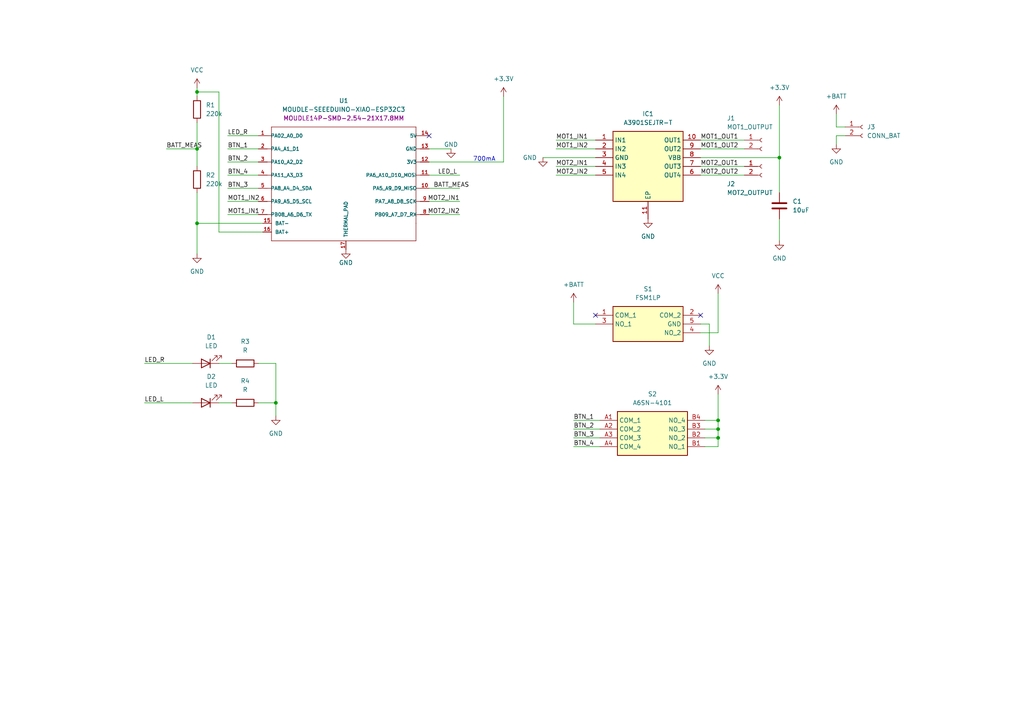
<source format=kicad_sch>
(kicad_sch (version 20230121) (generator eeschema)
  (paper "A4")
  (lib_symbols
    (symbol "A3901SEJTR-T:A3901SEJTR-T"
      (property "Reference" "IC" (at 26.67 7.62 0))
      (property "Value" "A3901SEJTR-T" (at 26.67 5.08 0))
      (symbol "A3901SEJTR-T_1_1"
        (rectangle (start 5.08 2.54) (end 25.4 -17.78) (stroke (width 0.254)) (fill (type background)))
        (pin passive line (at 0 0 0) (length 5.08) (name "IN1") (number "1"))
        (pin passive line (at 30.48 0 180) (length 5.08) (name "OUT1") (number "10"))
        (pin passive line (at 15.24 -22.86 90) (length 5.08) (name "EP") (number "11"))
        (pin passive line (at 0 -2.54 0) (length 5.08) (name "IN2") (number "2"))
        (pin passive line (at 0 -5.08 0) (length 5.08) (name "GND") (number "3"))
        (pin passive line (at 0 -7.62 0) (length 5.08) (name "IN3") (number "4"))
        (pin passive line (at 0 -10.16 0) (length 5.08) (name "IN4") (number "5"))
        (pin passive line (at 30.48 -10.16 180) (length 5.08) (name "OUT4") (number "6"))
        (pin passive line (at 30.48 -7.62 180) (length 5.08) (name "OUT3") (number "7"))
        (pin passive line (at 30.48 -5.08 180) (length 5.08) (name "VBB") (number "8"))
        (pin passive line (at 30.48 -2.54 180) (length 5.08) (name "OUT2") (number "9"))
      )
    )
    (symbol "A6SN-4101:A6SN-4101"
      (property "Reference" "S" (at 26.67 7.62 0))
      (property "Value" "A6SN-4101" (at 26.67 5.08 0))
      (symbol "A6SN-4101_1_1"
        (rectangle (start 5.08 2.54) (end 25.4 -10.16) (stroke (width 0.254)) (fill (type background)))
        (pin passive line (at 0 0 0) (length 5.08) (name "COM_1") (number "A1"))
        (pin passive line (at 0 -2.54 0) (length 5.08) (name "COM_2") (number "A2"))
        (pin passive line (at 0 -5.08 0) (length 5.08) (name "COM_3") (number "A3"))
        (pin passive line (at 0 -7.62 0) (length 5.08) (name "COM_4") (number "A4"))
        (pin passive line (at 30.48 -7.62 180) (length 5.08) (name "NO_1") (number "B1"))
        (pin passive line (at 30.48 -5.08 180) (length 5.08) (name "NO_2") (number "B2"))
        (pin passive line (at 30.48 -2.54 180) (length 5.08) (name "NO_3") (number "B3"))
        (pin passive line (at 30.48 0 180) (length 5.08) (name "NO_4") (number "B4"))
      )
    )
    (symbol "Connector:Conn_01x02_Socket" (pin_names (offset 1.016) hide)
      (property "Reference" "J" (at 0 2.54 0))
      (property "Value" "Conn_01x02_Socket" (at 0 -5.08 0))
      (symbol "Conn_01x02_Socket_1_1"
        (arc (start 0 -2.032) (mid -0.5058 -2.54) (end 0 -3.048) (stroke (width 0.1524)))
        (polyline (pts (xy -1.27 -2.54) (xy -0.508 -2.54)) (stroke (width 0.1524)))
        (polyline (pts (xy -1.27 0) (xy -0.508 0)) (stroke (width 0.1524)))
        (arc (start 0 0.508) (mid -0.5058 0) (end 0 -0.508) (stroke (width 0.1524)))
        (pin passive line (at -5.08 0 0) (length 3.81) (name "Pin_1") (number "1"))
        (pin passive line (at -5.08 -2.54 0) (length 3.81) (name "Pin_2") (number "2"))
      )
    )
    (symbol "Device:C" (pin_numbers hide) (pin_names (offset 0.254))
      (property "Reference" "C" (at 0.635 2.54 0))
      (property "Value" "C" (at 0.635 -2.54 0))
      (symbol "C_0_1"
        (polyline (pts (xy -2.032 -0.762) (xy 2.032 -0.762)) (stroke (width 0.508)))
        (polyline (pts (xy -2.032 0.762) (xy 2.032 0.762)) (stroke (width 0.508)))
      )
      (symbol "C_1_1"
        (pin passive line (at 0 3.81 270) (length 2.794) (name "~") (number "1"))
        (pin passive line (at 0 -3.81 90) (length 2.794) (name "~") (number "2"))
      )
    )
    (symbol "Device:LED" (pin_numbers hide) (pin_names (offset 1.016) hide)
      (property "Reference" "D" (at 0 2.54 0))
      (property "Value" "LED" (at 0 -2.54 0))
      (symbol "LED_0_1"
        (polyline (pts (xy -1.27 -1.27) (xy -1.27 1.27)) (stroke (width 0.254)))
        (polyline (pts (xy -1.27 0) (xy 1.27 0)))
        (polyline (pts (xy 1.27 -1.27) (xy 1.27 1.27) (xy -1.27 0) (xy 1.27 -1.27)) (stroke (width 0.254)))
        (polyline (pts (xy -3.048 -0.762) (xy -4.572 -2.286) (xy -3.81 -2.286) (xy -4.572 -2.286) (xy -4.572 -1.524)))
        (polyline (pts (xy -1.778 -0.762) (xy -3.302 -2.286) (xy -2.54 -2.286) (xy -3.302 -2.286) (xy -3.302 -1.524)))
      )
      (symbol "LED_1_1"
        (pin passive line (at -3.81 0 0) (length 2.54) (name "K") (number "1"))
        (pin passive line (at 3.81 0 180) (length 2.54) (name "A") (number "2"))
      )
    )
    (symbol "Device:R" (pin_numbers hide) (pin_names (offset 0))
      (property "Reference" "R" (at 2.032 0 90))
      (property "Value" "R" (at 0 0 90))
      (symbol "R_0_1"
        (rectangle (start -1.016 -2.54) (end 1.016 2.54) (stroke (width 0.254)))
      )
      (symbol "R_1_1"
        (pin passive line (at 0 3.81 270) (length 1.27) (name "~") (number "1"))
        (pin passive line (at 0 -3.81 90) (length 1.27) (name "~") (number "2"))
      )
    )
    (symbol "FSM1LP:FSM1LP"
      (property "Reference" "S" (at 26.67 7.62 0))
      (property "Value" "FSM1LP" (at 26.67 5.08 0))
      (symbol "FSM1LP_1_1"
        (rectangle (start 5.08 2.54) (end 25.4 -7.62) (stroke (width 0.254)) (fill (type background)))
        (pin passive line (at 0 0 0) (length 5.08) (name "COM_1") (number "1"))
        (pin passive line (at 30.48 0 180) (length 5.08) (name "COM_2") (number "2"))
        (pin passive line (at 0 -2.54 0) (length 5.08) (name "NO_1") (number "3"))
        (pin passive line (at 30.48 -5.08 180) (length 5.08) (name "NO_2") (number "4"))
        (pin passive line (at 30.48 -2.54 180) (length 5.08) (name "GND") (number "5"))
      )
    )
    (symbol "MOUDLE-SEEEDUINO-XIAO-ESP32C3:MOUDLE-SEEEDUINO-XIAO-ESP32C3" (pin_names (offset 1.016))
      (property "Reference" "U1" (at -0.635 19.05 0))
      (property "Value" "MOUDLE-SEEEDUINO-XIAO-ESP32C3" (at -0.635 16.51 0))
      (property "Footprint" "MOUDLE14P-SMD-2.54-21X17.8MM" (at 0 0 0))
      (symbol "MOUDLE-SEEEDUINO-XIAO-ESP32C3_0_0"
        (polyline (pts (xy -21.59 -11.43) (xy -22.86 -11.43)) (stroke (width 0.1524)))
        (polyline (pts (xy -21.59 -7.62) (xy -22.86 -7.62)) (stroke (width 0.1524)))
        (polyline (pts (xy -21.59 -3.81) (xy -22.86 -3.81)) (stroke (width 0.1524)))
        (polyline (pts (xy -21.59 0) (xy -22.86 0)) (stroke (width 0.1524)))
        (polyline (pts (xy -21.59 0) (xy -21.59 3.81)) (stroke (width 0.1524)))
        (polyline (pts (xy -21.59 3.81) (xy -22.86 3.81)) (stroke (width 0.1524)))
        (polyline (pts (xy -21.59 3.81) (xy -21.59 7.62)) (stroke (width 0.1524)))
        (polyline (pts (xy -21.59 7.62) (xy -22.86 7.62)) (stroke (width 0.1524)))
        (polyline (pts (xy -21.59 7.62) (xy -21.59 11.43)) (stroke (width 0.1524)))
        (polyline (pts (xy -21.59 11.43) (xy -22.86 11.43)) (stroke (width 0.1524)))
        (polyline (pts (xy -21.59 11.43) (xy -21.59 13.97)) (stroke (width 0.1524)))
        (polyline (pts (xy -21.59 13.97) (xy 20.32 13.97)) (stroke (width 0.1524)))
        (polyline (pts (xy 20.32 -19.05) (xy -21.59 -19.05)) (stroke (width 0.1524)))
        (polyline (pts (xy 20.32 3.81) (xy 20.32 -13.97)) (stroke (width 0.1524)))
        (polyline (pts (xy 20.32 7.62) (xy 20.32 3.81)) (stroke (width 0.1524)))
        (polyline (pts (xy 20.32 11.43) (xy 20.32 7.62)) (stroke (width 0.1524)))
        (polyline (pts (xy 20.32 13.97) (xy 20.32 11.43)) (stroke (width 0.1524)))
        (polyline (pts (xy 21.59 -11.43) (xy 20.32 -11.43)) (stroke (width 0.1524)))
        (polyline (pts (xy 21.59 -7.62) (xy 20.32 -7.62)) (stroke (width 0.1524)))
        (polyline (pts (xy 21.59 -3.81) (xy 20.32 -3.81)) (stroke (width 0.1524)))
        (polyline (pts (xy 21.59 0) (xy 20.32 0)) (stroke (width 0.1524)))
        (polyline (pts (xy 21.59 3.81) (xy 20.32 3.81)) (stroke (width 0.1524)))
        (polyline (pts (xy 21.59 7.62) (xy 20.32 7.62)) (stroke (width 0.1524)))
        (polyline (pts (xy 21.59 11.43) (xy 20.32 11.43)) (stroke (width 0.1524)))
        (pin bidirectional line (at -25.4 11.43 0) (length 2.54) (name "PA02_A0_D0") (number "1"))
        (pin bidirectional line (at 24.13 -3.81 180) (length 2.54) (name "PA5_A9_D9_MISO") (number "10"))
        (pin bidirectional line (at 24.13 0 180) (length 2.54) (name "PA6_A10_D10_MOSI") (number "11"))
        (pin bidirectional line (at 24.13 3.81 180) (length 2.54) (name "3V3") (number "12"))
        (pin bidirectional line (at 24.13 7.62 180) (length 2.54) (name "GND") (number "13"))
        (pin bidirectional line (at 24.13 11.43 180) (length 2.54) (name "5V") (number "14"))
        (pin bidirectional line (at -25.4 7.62 0) (length 2.54) (name "PA4_A1_D1") (number "2"))
        (pin bidirectional line (at -25.4 3.81 0) (length 2.54) (name "PA10_A2_D2") (number "3"))
        (pin bidirectional line (at -25.4 0 0) (length 2.54) (name "PA11_A3_D3") (number "4"))
        (pin bidirectional line (at -25.4 -3.81 0) (length 2.54) (name "PA8_A4_D4_SDA") (number "5"))
        (pin bidirectional line (at -25.4 -7.62 0) (length 2.54) (name "PA9_A5_D5_SCL") (number "6"))
        (pin bidirectional line (at -25.4 -11.43 0) (length 2.54) (name "PB08_A6_D6_TX") (number "7"))
        (pin bidirectional line (at 24.13 -11.43 180) (length 2.54) (name "PB09_A7_D7_RX") (number "8"))
        (pin bidirectional line (at 24.13 -7.62 180) (length 2.54) (name "PA7_A8_D8_SCK") (number "9"))
      )
      (symbol "MOUDLE-SEEEDUINO-XIAO-ESP32C3_0_1"
        (polyline (pts (xy -21.59 0) (xy -21.59 -19.05)))
        (polyline (pts (xy 20.32 -13.97) (xy 20.32 -19.05)))
      )
      (symbol "MOUDLE-SEEEDUINO-XIAO-ESP32C3_1_1"
        (pin input line (at -24.13 -13.97 0) (length 2.54) (name "BAT-") (number "15"))
        (pin input line (at -24.13 -16.51 0) (length 2.54) (name "BAT+") (number "16"))
        (pin bidirectional line (at 0 -21.59 90) (length 2.54) (name "THERMAL_PAD") (number "17"))
      )
    )
    (symbol "power:+3.3V" (power) (pin_names (offset 0))
      (property "Value" "+3.3V" (at 0 3.556 0))
      (symbol "+3.3V_0_1"
        (polyline (pts (xy -0.762 1.27) (xy 0 2.54)))
        (polyline (pts (xy 0 0) (xy 0 2.54)))
        (polyline (pts (xy 0 2.54) (xy 0.762 1.27)))
      )
      (symbol "+3.3V_1_1"
        (pin power_in line (at 0 0 90) (length 0) hide (name "+3.3V") (number "1"))
      )
    )
    (symbol "power:+BATT" (power) (pin_names (offset 0))
      (property "Value" "+BATT" (at 0 3.556 0))
      (symbol "+BATT_0_1"
        (polyline (pts (xy -0.762 1.27) (xy 0 2.54)))
        (polyline (pts (xy 0 0) (xy 0 2.54)))
        (polyline (pts (xy 0 2.54) (xy 0.762 1.27)))
      )
      (symbol "+BATT_1_1"
        (pin power_in line (at 0 0 90) (length 0) hide (name "+BATT") (number "1"))
      )
    )
    (symbol "power:GND" (power) (pin_names (offset 0))
      (property "Value" "GND" (at 0 -3.81 0))
      (symbol "GND_0_1"
        (polyline (pts (xy 0 0) (xy 0 -1.27) (xy 1.27 -1.27) (xy 0 -2.54) (xy -1.27 -1.27) (xy 0 -1.27)))
      )
      (symbol "GND_1_1"
        (pin power_in line (at 0 0 270) (length 0) hide (name "GND") (number "1"))
      )
    )
    (symbol "power:VCC" (power) (pin_names (offset 0))
      (property "Value" "VCC" (at 0 3.81 0))
      (symbol "VCC_0_1"
        (polyline (pts (xy -0.762 1.27) (xy 0 2.54)))
        (polyline (pts (xy 0 0) (xy 0 2.54)))
        (polyline (pts (xy 0 2.54) (xy 0.762 1.27)))
      )
      (symbol "VCC_1_1"
        (pin power_in line (at 0 0 90) (length 0) hide (name "VCC") (number "1"))
      )
    )
  )
  (junction (at 226.06 45.72))
  (junction (at 57.15 26.67))
  (junction (at 208.28 124.46))
  (junction (at 208.28 127))
  (junction (at 57.15 64.77))
  (junction (at 80.01 116.84))
  (junction (at 57.15 43.18))
  (junction (at 208.28 121.92))
  (no_connect (at 124.46 39.37))
  (no_connect (at 203.2 91.44))
  (no_connect (at 172.72 91.44))
  (wire (pts (xy 166.37 124.46) (xy 173.99 124.46)))
  (wire (pts (xy 133.35 62.23) (xy 124.46 62.23)))
  (wire (pts (xy 66.04 58.42) (xy 74.93 58.42)))
  (wire (pts (xy 57.15 26.67) (xy 57.15 27.94)))
  (wire (pts (xy 208.28 121.92) (xy 208.28 114.3)))
  (wire (pts (xy 80.01 116.84) (xy 80.01 120.65)))
  (wire (pts (xy 41.91 116.84) (xy 55.88 116.84)))
  (wire (pts (xy 203.2 50.8) (xy 215.9 50.8)))
  (wire (pts (xy 172.72 45.72) (xy 157.48 45.72)))
  (wire (pts (xy 57.15 35.56) (xy 57.15 43.18)))
  (wire (pts (xy 204.47 121.92) (xy 208.28 121.92)))
  (wire (pts (xy 203.2 48.26) (xy 215.9 48.26)))
  (wire (pts (xy 203.2 43.18) (xy 215.9 43.18)))
  (wire (pts (xy 204.47 124.46) (xy 208.28 124.46)))
  (wire (pts (xy 63.5 105.41) (xy 67.31 105.41)))
  (wire (pts (xy 208.28 127) (xy 208.28 124.46)))
  (wire (pts (xy 66.04 43.18) (xy 74.93 43.18)))
  (wire (pts (xy 208.28 129.54) (xy 208.28 127)))
  (wire (pts (xy 161.29 43.18) (xy 172.72 43.18)))
  (wire (pts (xy 242.57 41.91) (xy 242.57 39.37)))
  (wire (pts (xy 66.04 46.99) (xy 74.93 46.99)))
  (wire (pts (xy 245.11 36.83) (xy 242.57 36.83)))
  (wire (pts (xy 161.29 40.64) (xy 172.72 40.64)))
  (wire (pts (xy 166.37 127) (xy 173.99 127)))
  (wire (pts (xy 74.93 116.84) (xy 80.01 116.84)))
  (wire (pts (xy 203.2 96.52) (xy 208.28 96.52)))
  (wire (pts (xy 203.2 40.64) (xy 215.9 40.64)))
  (wire (pts (xy 63.5 67.31) (xy 76.2 67.31)))
  (wire (pts (xy 66.04 54.61) (xy 74.93 54.61)))
  (wire (pts (xy 124.46 46.99) (xy 146.05 46.99)))
  (wire (pts (xy 166.37 121.92) (xy 173.99 121.92)))
  (wire (pts (xy 41.91 105.41) (xy 55.88 105.41)))
  (wire (pts (xy 80.01 105.41) (xy 80.01 116.84)))
  (wire (pts (xy 57.15 26.67) (xy 63.5 26.67)))
  (wire (pts (xy 166.37 93.98) (xy 172.72 93.98)))
  (wire (pts (xy 204.47 127) (xy 208.28 127)))
  (wire (pts (xy 226.06 30.48) (xy 226.06 45.72)))
  (wire (pts (xy 161.29 50.8) (xy 172.72 50.8)))
  (wire (pts (xy 74.93 105.41) (xy 80.01 105.41)))
  (wire (pts (xy 57.15 64.77) (xy 76.2 64.77)))
  (wire (pts (xy 124.46 50.8) (xy 133.35 50.8)))
  (wire (pts (xy 57.15 64.77) (xy 57.15 73.66)))
  (wire (pts (xy 124.46 43.18) (xy 130.81 43.18)))
  (wire (pts (xy 203.2 93.98) (xy 205.74 93.98)))
  (wire (pts (xy 66.04 39.37) (xy 74.93 39.37)))
  (wire (pts (xy 57.15 43.18) (xy 57.15 48.26)))
  (wire (pts (xy 226.06 63.5) (xy 226.06 69.85)))
  (wire (pts (xy 242.57 33.02) (xy 242.57 36.83)))
  (wire (pts (xy 208.28 124.46) (xy 208.28 121.92)))
  (wire (pts (xy 133.35 58.42) (xy 124.46 58.42)))
  (wire (pts (xy 48.26 43.18) (xy 57.15 43.18)))
  (wire (pts (xy 124.46 54.61) (xy 133.35 54.61)))
  (wire (pts (xy 166.37 87.63) (xy 166.37 93.98)))
  (wire (pts (xy 66.04 50.8) (xy 74.93 50.8)))
  (wire (pts (xy 226.06 45.72) (xy 226.06 55.88)))
  (wire (pts (xy 161.29 48.26) (xy 172.72 48.26)))
  (wire (pts (xy 203.2 45.72) (xy 226.06 45.72)))
  (wire (pts (xy 63.5 116.84) (xy 67.31 116.84)))
  (wire (pts (xy 208.28 96.52) (xy 208.28 85.09)))
  (wire (pts (xy 66.04 62.23) (xy 74.93 62.23)))
  (wire (pts (xy 166.37 129.54) (xy 173.99 129.54)))
  (wire (pts (xy 242.57 39.37) (xy 245.11 39.37)))
  (wire (pts (xy 57.15 25.4) (xy 57.15 26.67)))
  (wire (pts (xy 57.15 55.88) (xy 57.15 64.77)))
  (wire (pts (xy 146.05 27.94) (xy 146.05 46.99)))
  (wire (pts (xy 205.74 93.98) (xy 205.74 100.33)))
  (wire (pts (xy 204.47 129.54) (xy 208.28 129.54)))
  (wire (pts (xy 63.5 26.67) (xy 63.5 67.31)))
  (text "700mA" (at 137.16 46.99 0) (effects (font (size 1.27 1.27)) (justify left bottom)))
  (label "MOT2_OUT2" (at 203.2 50.8 0))
  (label "MOT2_IN2" (at 161.29 50.8 0))
  (label "BTN_3" (at 166.37 127 0))
  (label "MOT1_IN1" (at 161.29 40.64 0))
  (label "BATT_MEAS" (at 125.73 54.61 0))
  (label "MOT2_IN1" (at 161.29 48.26 0))
  (label "LED_L" (at 41.91 116.84 0))
  (label "BTN_3" (at 66.04 54.61 0))
  (label "MOT1_IN2" (at 66.04 58.42 0))
  (label "MOT1_OUT2" (at 203.2 43.18 0))
  (label "MOT2_OUT1" (at 203.2 48.26 0))
  (label "LED_R" (at 66.04 39.37 0))
  (label "BTN_1" (at 166.37 121.92 0))
  (label "BTN_4" (at 66.04 50.8 0))
  (label "MOT1_OUT1" (at 203.2 40.64 0))
  (label "MOT2_IN1" (at 133.35 58.42 180))
  (label "MOT2_IN2" (at 133.35 62.23 180))
  (label "BTN_4" (at 166.37 129.54 0))
  (label "MOT1_IN1" (at 66.04 62.23 0))
  (label "BTN_2" (at 166.37 124.46 0))
  (label "LED_R" (at 41.91 105.41 0))
  (label "BATT_MEAS" (at 48.26 43.18 0))
  (label "BTN_2" (at 66.04 46.99 0))
  (label "BTN_1" (at 66.04 43.18 0))
  (label "LED_L" (at 127 50.8 0))
  (label "MOT1_IN2" (at 161.29 43.18 0))
  (symbol (lib_id "power:GND") (at 242.57 41.91 0) (unit 1)
    (property "Reference" "#PWR08" (effects hide))
    (property "Value" "GND" (at 242.57 46.99 0))
  )
  (symbol (lib_id "power:GND") (at 130.81 43.18 0) (unit 1)
    (property "Reference" "#PWR02" (effects hide))
    (property "Value" "GND" (at 130.81 41.91 0))
  )
  (symbol (lib_id "Connector:Conn_01x02_Socket") (at 220.98 40.64 0) (unit 1)
    (property "Reference" "J1" (at 210.82 34.29 0) (effects (justify left)))
    (property "Value" "MOT1_OUTPUT" (at 210.82 36.83 0) (effects (justify left)))
    (property "Footprint" "Connector_Wire:SolderWire-0.1sqmm_1x02_P3.6mm_D0.4mm_OD1mm" (effects hide))
  )
  (symbol (lib_id "power:GND") (at 157.48 45.72 0) (unit 1)
    (property "Reference" "#PWR04" (effects hide))
    (property "Value" "GND" (at 153.67 45.72 0))
  )
  (symbol (lib_id "power:GND") (at 57.15 73.66 0) (unit 1)
    (property "Reference" "#PWR011" (effects hide))
    (property "Value" "GND" (at 57.15 78.74 0))
  )
  (symbol (lib_id "power:GND") (at 80.01 120.65 0) (unit 1)
    (property "Reference" "#PWR016" (effects hide))
    (property "Value" "GND" (at 80.01 125.73 0))
  )
  (symbol (lib_id "Connector:Conn_01x02_Socket") (at 220.98 48.26 0) (unit 1)
    (property "Reference" "J2" (at 210.82 53.34 0) (effects (justify left)))
    (property "Value" "MOT2_OUTPUT" (at 210.82 55.88 0) (effects (justify left)))
    (property "Footprint" "Connector_Wire:SolderWire-0.1sqmm_1x02_P3.6mm_D0.4mm_OD1mm" (effects hide))
  )
  (symbol (lib_id "power:+BATT") (at 242.57 33.02 0) (unit 1)
    (property "Reference" "#PWR09" (effects hide))
    (property "Value" "+BATT" (at 242.57 27.94 0))
  )
  (symbol (lib_id "Device:R") (at 71.12 116.84 90) (unit 1)
    (property "Reference" "R4" (at 71.12 110.49 90))
    (property "Value" "R" (at 71.12 113.03 90))
    (property "Footprint" "Resistor_SMD:R_0603_1608Metric_Pad0.98x0.95mm_HandSolder" (effects hide))
  )
  (symbol (lib_id "power:GND") (at 226.06 69.85 0) (unit 1)
    (property "Reference" "#PWR05" (effects hide))
    (property "Value" "GND" (at 226.06 74.93 0))
  )
  (symbol (lib_id "power:VCC") (at 208.28 85.09 0) (unit 1)
    (property "Reference" "#PWR012" (effects hide))
    (property "Value" "VCC" (at 208.28 80.01 0))
  )
  (symbol (lib_id "MOUDLE-SEEEDUINO-XIAO-ESP32C3:MOUDLE-SEEEDUINO-XIAO-ESP32C3") (at 100.33 50.8 0) (unit 1)
    (property "Reference" "U1" (at 99.695 29.21 0))
    (property "Value" "MOUDLE-SEEEDUINO-XIAO-ESP32C3" (at 99.695 31.75 0))
    (property "Footprint" "MOUDLE14P-SMD-2.54-21X17.8MM" (at 99.695 34.29 0))
  )
  (symbol (lib_id "Device:R") (at 57.15 52.07 0) (unit 1)
    (property "Reference" "R2" (at 59.69 50.8 0) (effects (justify left)))
    (property "Value" "220k" (at 59.69 53.34 0) (effects (justify left)))
    (property "Footprint" "Resistor_SMD:R_0603_1608Metric_Pad0.98x0.95mm_HandSolder" (effects hide))
  )
  (symbol (lib_id "power:+3.3V") (at 226.06 30.48 0) (unit 1)
    (property "Reference" "#PWR03" (effects hide))
    (property "Value" "+3.3V" (at 226.06 25.4 0))
  )
  (symbol (lib_id "power:VCC") (at 57.15 25.4 0) (unit 1)
    (property "Reference" "#PWR010" (effects hide))
    (property "Value" "VCC" (at 57.15 20.32 0))
  )
  (symbol (lib_id "Device:R") (at 71.12 105.41 270) (unit 1)
    (property "Reference" "R3" (at 71.12 99.06 90))
    (property "Value" "R" (at 71.12 101.6 90))
    (property "Footprint" "Resistor_SMD:R_0603_1608Metric_Pad0.98x0.95mm_HandSolder" (effects hide))
  )
  (symbol (lib_id "power:GND") (at 100.33 72.39 0) (unit 1)
    (property "Reference" "#PWR07" (effects hide))
    (property "Value" "GND" (at 100.33 76.2 0))
  )
  (symbol (lib_id "Device:LED") (at 59.69 105.41 180) (unit 1)
    (property "Reference" "D1" (at 61.2775 97.79 0))
    (property "Value" "LED" (at 61.2775 100.33 0))
    (property "Footprint" "LED_SMD:LED_0805_2012Metric_Pad1.15x1.40mm_HandSolder" (effects hide))
  )
  (symbol (lib_id "Device:R") (at 57.15 31.75 0) (unit 1)
    (property "Reference" "R1" (at 59.69 30.48 0) (effects (justify left)))
    (property "Value" "220k" (at 59.69 33.02 0) (effects (justify left)))
    (property "Footprint" "Capacitor_SMD:C_0603_1608Metric_Pad1.08x0.95mm_HandSolder" (effects hide))
  )
  (symbol (lib_id "power:GND") (at 187.96 63.5 0) (unit 1)
    (property "Reference" "#PWR06" (effects hide))
    (property "Value" "GND" (at 187.96 68.58 0))
  )
  (symbol (lib_id "Connector:Conn_01x02_Socket") (at 250.19 36.83 0) (unit 1)
    (property "Reference" "J3" (at 251.46 36.83 0) (effects (justify left)))
    (property "Value" "CONN_BAT" (at 251.46 39.37 0) (effects (justify left)))
    (property "Footprint" "Connector_JST:JST_EH_B2B-EH-A_1x02_P2.50mm_Vertical" (effects hide))
  )
  (symbol (lib_id "power:+3.3V") (at 146.05 27.94 0) (unit 1)
    (property "Reference" "#PWR01" (effects hide))
    (property "Value" "+3.3V" (at 146.05 22.86 0))
  )
  (symbol (lib_id "power:+BATT") (at 166.37 87.63 0) (unit 1)
    (property "Reference" "#PWR014" (effects hide))
    (property "Value" "+BATT" (at 166.37 82.55 0))
  )
  (symbol (lib_id "A6SN-4101:A6SN-4101") (at 173.99 121.92 0) (unit 1)
    (property "Reference" "S2" (at 189.23 114.3 0))
    (property "Value" "A6SN-4101" (at 189.23 116.84 0))
    (property "Footprint" "A6SN4101" (effects hide))
    (property "Datasheet" "http://www.omron.com/ecb/products/pdf/en-a6sn.pdf" (effects hide))
    (property "Height" "4.95" (effects hide))
    (property "Manufacturer_Name" "Omron Electronics" (effects hide))
    (property "Manufacturer_Part_Number" "A6SN-4101" (effects hide))
    (property "Mouser Part Number" "653-A6SN-4101" (effects hide))
    (property "Mouser Price/Stock" "https://www.mouser.co.uk/ProductDetail/Omron-Electronics/A6SN-4101?qs=hAJFN2R7%2FQxVg7aHNNVhRw%3D%3D" (effects hide))
  )
  (symbol (lib_id "FSM1LP:FSM1LP") (at 172.72 91.44 0) (unit 1)
    (property "Reference" "S1" (at 187.96 83.82 0))
    (property "Value" "FSM1LP" (at 187.96 86.36 0))
    (property "Footprint" "FSM1LP" (effects hide))
    (property "Datasheet" "miluabraham92@gmail.com" (effects hide))
    (property "Height" "3.4" (effects hide))
    (property "Manufacturer_Name" "TE Connectivity" (effects hide))
    (property "Manufacturer_Part_Number" "FSM1LP" (effects hide))
    (property "Mouser Part Number" "506-FSM1LP" (effects hide))
    (property "Mouser Price/Stock" "https://www.mouser.co.uk/ProductDetail/TE-Connectivity-PB/FSM1LP?qs=X41HXGMJECpfKcLAbtysig%3D%3D" (effects hide))
    (property "Arrow Part Number" "FSM1LP" (effects hide))
    (property "Arrow Price/Stock" "https://www.arrow.com/en/products/fsm1lp/te-connectivity?region=nac" (effects hide))
  )
  (symbol (lib_id "power:GND") (at 205.74 100.33 0) (unit 1)
    (property "Reference" "#PWR013" (effects hide))
    (property "Value" "GND" (at 205.74 105.41 0))
  )
  (symbol (lib_id "power:+3.3V") (at 208.28 114.3 0) (mirror y) (unit 1)
    (property "Reference" "#PWR015" (effects hide))
    (property "Value" "+3.3V" (at 208.28 109.22 0))
  )
  (symbol (lib_id "Device:LED") (at 59.69 116.84 180) (unit 1)
    (property "Reference" "D2" (at 61.2775 109.22 0))
    (property "Value" "LED" (at 61.2775 111.76 0))
    (property "Footprint" "LED_SMD:LED_0805_2012Metric_Pad1.15x1.40mm_HandSolder" (effects hide))
  )
  (symbol (lib_id "A3901SEJTR-T:A3901SEJTR-T") (at 172.72 40.64 0) (unit 1)
    (property "Reference" "IC1" (at 187.96 33.02 0))
    (property "Value" "A3901SEJTR-T" (at 187.96 35.56 0))
    (property "Footprint" "SON50P300X300X75-11N-D" (effects hide))
    (property "Datasheet" "https://www.allegromicro.com/-/media/files/datasheets/a3901-datasheet.pdf" (effects hide))
    (property "Height" "0.75" (effects hide))
    (property "Manufacturer_Name" "Allegro Microsystems" (effects hide))
    (property "Manufacturer_Part_Number" "A3901SEJTR-T" (effects hide))
    (property "Mouser Part Number" "250-A3901SEJTR-T" (effects hide))
    (property "Mouser Price/Stock" "https://www.mouser.co.uk/ProductDetail/Allegro-MicroSystems/A3901SEJTR-T?qs=pUKx8fyJudDgNwRr7jvpLg%3D%3D" (effects hide))
    (property "Arrow Part Number" "A3901SEJTR-T" (effects hide))
    (property "Arrow Price/Stock" "https://www.arrow.com/en/products/a3901sejtr-t/allegro-microsystems" (effects hide))
  )
  (symbol (lib_id "Device:C") (at 226.06 59.69 0) (unit 1)
    (property "Reference" "C1" (at 229.87 58.42 0) (effects (justify left)))
    (property "Value" "10uF" (at 229.87 60.96 0) (effects (justify left)))
    (property "Footprint" "Capacitor_SMD:C_0603_1608Metric_Pad1.08x0.95mm_HandSolder" (effects hide))
  )
)
</source>
